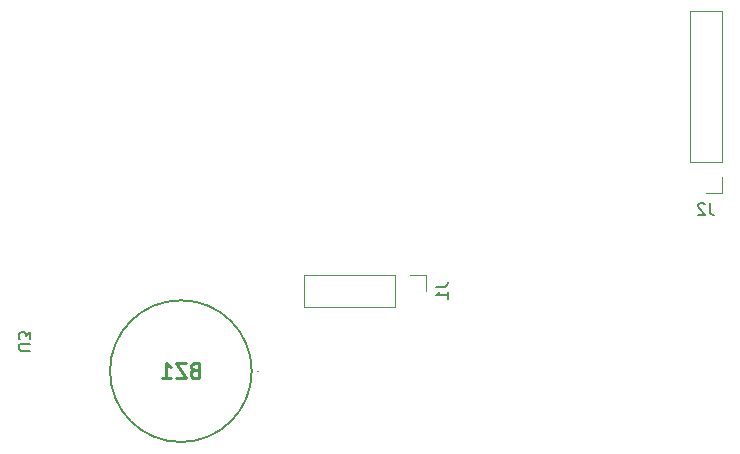
<source format=gbr>
G04 #@! TF.GenerationSoftware,KiCad,Pcbnew,(6.0.2)*
G04 #@! TF.CreationDate,2022-04-01T11:32:24+02:00*
G04 #@! TF.ProjectId,iot node,696f7420-6e6f-4646-952e-6b696361645f,rev?*
G04 #@! TF.SameCoordinates,Original*
G04 #@! TF.FileFunction,Legend,Bot*
G04 #@! TF.FilePolarity,Positive*
%FSLAX46Y46*%
G04 Gerber Fmt 4.6, Leading zero omitted, Abs format (unit mm)*
G04 Created by KiCad (PCBNEW (6.0.2)) date 2022-04-01 11:32:24*
%MOMM*%
%LPD*%
G01*
G04 APERTURE LIST*
%ADD10C,0.150000*%
%ADD11C,0.254000*%
%ADD12C,0.120000*%
%ADD13C,0.100000*%
%ADD14C,0.200000*%
%ADD15C,2.100000*%
%ADD16C,1.200000*%
%ADD17C,1.400000*%
%ADD18O,4.198620X2.098040*%
%ADD19R,1.700000X1.700000*%
%ADD20O,1.700000X1.700000*%
%ADD21R,1.300000X1.300000*%
%ADD22C,1.300000*%
G04 APERTURE END LIST*
D10*
X100003619Y-133011904D02*
X99194095Y-133011904D01*
X99098857Y-132964285D01*
X99051238Y-132916666D01*
X99003619Y-132821428D01*
X99003619Y-132630952D01*
X99051238Y-132535714D01*
X99098857Y-132488095D01*
X99194095Y-132440476D01*
X100003619Y-132440476D01*
X100003619Y-132059523D02*
X100003619Y-131440476D01*
X99622666Y-131773809D01*
X99622666Y-131630952D01*
X99575047Y-131535714D01*
X99527428Y-131488095D01*
X99432190Y-131440476D01*
X99194095Y-131440476D01*
X99098857Y-131488095D01*
X99051238Y-131535714D01*
X99003619Y-131630952D01*
X99003619Y-131916666D01*
X99051238Y-132011904D01*
X99098857Y-132059523D01*
X134372380Y-127616666D02*
X135086666Y-127616666D01*
X135229523Y-127569047D01*
X135324761Y-127473809D01*
X135372380Y-127330952D01*
X135372380Y-127235714D01*
X135372380Y-128616666D02*
X135372380Y-128045238D01*
X135372380Y-128330952D02*
X134372380Y-128330952D01*
X134515238Y-128235714D01*
X134610476Y-128140476D01*
X134658095Y-128045238D01*
D11*
X113868809Y-134659285D02*
X113687380Y-134719761D01*
X113626904Y-134780238D01*
X113566428Y-134901190D01*
X113566428Y-135082619D01*
X113626904Y-135203571D01*
X113687380Y-135264047D01*
X113808333Y-135324523D01*
X114292142Y-135324523D01*
X114292142Y-134054523D01*
X113868809Y-134054523D01*
X113747857Y-134115000D01*
X113687380Y-134175476D01*
X113626904Y-134296428D01*
X113626904Y-134417380D01*
X113687380Y-134538333D01*
X113747857Y-134598809D01*
X113868809Y-134659285D01*
X114292142Y-134659285D01*
X113143095Y-134054523D02*
X112296428Y-134054523D01*
X113143095Y-135324523D01*
X112296428Y-135324523D01*
X111147380Y-135324523D02*
X111873095Y-135324523D01*
X111510238Y-135324523D02*
X111510238Y-134054523D01*
X111631190Y-134235952D01*
X111752142Y-134356904D01*
X111873095Y-134417380D01*
D10*
X157533333Y-120522380D02*
X157533333Y-121236666D01*
X157580952Y-121379523D01*
X157676190Y-121474761D01*
X157819047Y-121522380D01*
X157914285Y-121522380D01*
X157104761Y-120617619D02*
X157057142Y-120570000D01*
X156961904Y-120522380D01*
X156723809Y-120522380D01*
X156628571Y-120570000D01*
X156580952Y-120617619D01*
X156533333Y-120712857D01*
X156533333Y-120808095D01*
X156580952Y-120950952D01*
X157152380Y-121522380D01*
X156533333Y-121522380D01*
D12*
X130880000Y-126620000D02*
X123200000Y-126620000D01*
X133480000Y-126620000D02*
X132150000Y-126620000D01*
X123200000Y-129280000D02*
X123200000Y-126620000D01*
X130880000Y-129280000D02*
X130880000Y-126620000D01*
X130880000Y-129280000D02*
X123200000Y-129280000D01*
X133480000Y-127950000D02*
X133480000Y-126620000D01*
D13*
X119200000Y-134750000D02*
X119200000Y-134750000D01*
D14*
X118750000Y-134750000D02*
X118750000Y-134750000D01*
D13*
X119300000Y-134750000D02*
X119300000Y-134750000D01*
D14*
X106750000Y-134750000D02*
X106750000Y-134750000D01*
X118750000Y-134750000D02*
G75*
G03*
X106750000Y-134750000I-6000000J0D01*
G01*
D13*
X119200000Y-134750000D02*
G75*
G03*
X119300000Y-134750000I50000J0D01*
G01*
X119300000Y-134750000D02*
G75*
G03*
X119200000Y-134750000I-50000J0D01*
G01*
D14*
X106750000Y-134750000D02*
G75*
G03*
X118750000Y-134750000I6000000J0D01*
G01*
D12*
X155870000Y-117030000D02*
X158530000Y-117030000D01*
X157200000Y-119630000D02*
X158530000Y-119630000D01*
X158530000Y-117030000D02*
X158530000Y-104270000D01*
X155870000Y-104270000D02*
X158530000Y-104270000D01*
X155870000Y-117030000D02*
X155870000Y-104270000D01*
X158530000Y-119630000D02*
X158530000Y-118300000D01*
%LPC*%
D15*
X159950000Y-100150000D03*
X91250000Y-100250000D03*
X118300000Y-143150000D03*
D16*
X95900000Y-129710000D03*
X93360000Y-132250000D03*
X95900000Y-134790000D03*
D17*
X105925000Y-107825000D03*
X110200000Y-125200000D03*
X110550000Y-121300000D03*
X105850000Y-111900000D03*
X113850000Y-121300000D03*
D18*
X93700000Y-114049360D03*
X93700000Y-109050640D03*
D17*
X117050000Y-121300000D03*
X141975000Y-122850000D03*
X147925000Y-127625000D03*
X148625000Y-119900000D03*
X139025000Y-132700000D03*
X106200000Y-125200000D03*
X144925000Y-119975000D03*
X147775000Y-111375000D03*
X107250000Y-121300000D03*
D19*
X132150000Y-127950000D03*
D20*
X129610000Y-127950000D03*
X127070000Y-127950000D03*
X124530000Y-127950000D03*
D21*
X116000000Y-134750000D03*
D22*
X109500000Y-134750000D03*
D19*
X157200000Y-118300000D03*
D20*
X157200000Y-115760000D03*
X157200000Y-113220000D03*
X157200000Y-110680000D03*
X157200000Y-108140000D03*
X157200000Y-105600000D03*
M02*

</source>
